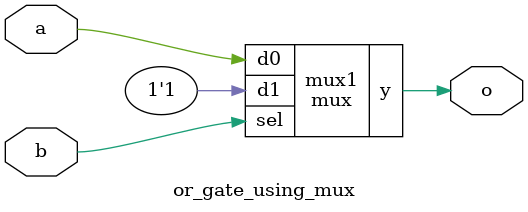
<source format=sv>

module mux
(
  input  d0, d1,
  input  sel,
  output y
);

  assign y = sel ? d1 : d0;

endmodule

//----------------------------------------------------------------------------
// Task
//----------------------------------------------------------------------------

module or_gate_using_mux
(
    input  a,
    input  b,
    output o
);

  // Task:

  // Implement or gate using instance(s) of mux,
  // constants 0 and 1, and wire connections
  mux mux1(a,1'b1,b,o); 

endmodule

</source>
